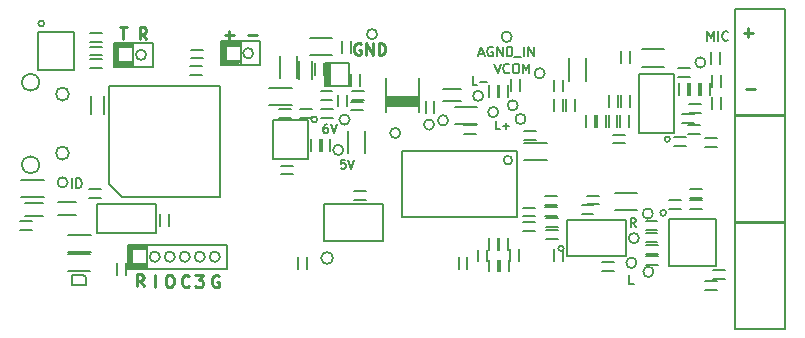
<source format=gto>
G04 #@! TF.FileFunction,Legend,Top*
%FSLAX46Y46*%
G04 Gerber Fmt 4.6, Leading zero omitted, Abs format (unit mm)*
G04 Created by KiCad (PCBNEW 4.0.4-stable) date Wed Dec  7 21:18:21 2016*
%MOMM*%
%LPD*%
G01*
G04 APERTURE LIST*
%ADD10C,0.150000*%
%ADD11C,0.200000*%
%ADD12C,0.250000*%
%ADD13C,0.184150*%
G04 APERTURE END LIST*
D10*
D11*
X192957643Y-75393605D02*
X193224310Y-76193605D01*
X193490977Y-75393605D01*
X194214786Y-76117414D02*
X194176691Y-76155510D01*
X194062405Y-76193605D01*
X193986215Y-76193605D01*
X193871929Y-76155510D01*
X193795738Y-76079319D01*
X193757643Y-76003129D01*
X193719548Y-75850748D01*
X193719548Y-75736462D01*
X193757643Y-75584081D01*
X193795738Y-75507890D01*
X193871929Y-75431700D01*
X193986215Y-75393605D01*
X194062405Y-75393605D01*
X194176691Y-75431700D01*
X194214786Y-75469795D01*
X194710024Y-75393605D02*
X194862405Y-75393605D01*
X194938596Y-75431700D01*
X195014786Y-75507890D01*
X195052881Y-75660271D01*
X195052881Y-75926938D01*
X195014786Y-76079319D01*
X194938596Y-76155510D01*
X194862405Y-76193605D01*
X194710024Y-76193605D01*
X194633834Y-76155510D01*
X194557643Y-76079319D01*
X194519548Y-75926938D01*
X194519548Y-75660271D01*
X194557643Y-75507890D01*
X194633834Y-75431700D01*
X194710024Y-75393605D01*
X195395738Y-76193605D02*
X195395738Y-75393605D01*
X195662405Y-75965033D01*
X195929072Y-75393605D01*
X195929072Y-76193605D01*
X191668691Y-74555333D02*
X192049643Y-74555333D01*
X191592500Y-74783905D02*
X191859167Y-73983905D01*
X192125834Y-74783905D01*
X192811548Y-74022000D02*
X192735357Y-73983905D01*
X192621072Y-73983905D01*
X192506786Y-74022000D01*
X192430595Y-74098190D01*
X192392500Y-74174381D01*
X192354405Y-74326762D01*
X192354405Y-74441048D01*
X192392500Y-74593429D01*
X192430595Y-74669619D01*
X192506786Y-74745810D01*
X192621072Y-74783905D01*
X192697262Y-74783905D01*
X192811548Y-74745810D01*
X192849643Y-74707714D01*
X192849643Y-74441048D01*
X192697262Y-74441048D01*
X193192500Y-74783905D02*
X193192500Y-73983905D01*
X193649643Y-74783905D01*
X193649643Y-73983905D01*
X194030595Y-74783905D02*
X194030595Y-73983905D01*
X194221071Y-73983905D01*
X194335357Y-74022000D01*
X194411548Y-74098190D01*
X194449643Y-74174381D01*
X194487738Y-74326762D01*
X194487738Y-74441048D01*
X194449643Y-74593429D01*
X194411548Y-74669619D01*
X194335357Y-74745810D01*
X194221071Y-74783905D01*
X194030595Y-74783905D01*
X194640119Y-74860095D02*
X195249643Y-74860095D01*
X195440119Y-74783905D02*
X195440119Y-73983905D01*
X195821071Y-74783905D02*
X195821071Y-73983905D01*
X196278214Y-74783905D01*
X196278214Y-73983905D01*
D12*
X181638096Y-73700000D02*
X181542858Y-73652381D01*
X181400001Y-73652381D01*
X181257143Y-73700000D01*
X181161905Y-73795238D01*
X181114286Y-73890476D01*
X181066667Y-74080952D01*
X181066667Y-74223810D01*
X181114286Y-74414286D01*
X181161905Y-74509524D01*
X181257143Y-74604762D01*
X181400001Y-74652381D01*
X181495239Y-74652381D01*
X181638096Y-74604762D01*
X181685715Y-74557143D01*
X181685715Y-74223810D01*
X181495239Y-74223810D01*
X182114286Y-74652381D02*
X182114286Y-73652381D01*
X182685715Y-74652381D01*
X182685715Y-73652381D01*
X183161905Y-74652381D02*
X183161905Y-73652381D01*
X183400000Y-73652381D01*
X183542858Y-73700000D01*
X183638096Y-73795238D01*
X183685715Y-73890476D01*
X183733334Y-74080952D01*
X183733334Y-74223810D01*
X183685715Y-74414286D01*
X183638096Y-74509524D01*
X183542858Y-74604762D01*
X183400000Y-74652381D01*
X183161905Y-74652381D01*
D11*
X157181600Y-85921805D02*
X157181600Y-85121805D01*
X157562552Y-85921805D02*
X157562552Y-85121805D01*
X157753028Y-85121805D01*
X157867314Y-85159900D01*
X157943505Y-85236090D01*
X157981600Y-85312281D01*
X158019695Y-85464662D01*
X158019695Y-85578948D01*
X157981600Y-85731329D01*
X157943505Y-85807519D01*
X157867314Y-85883710D01*
X157753028Y-85921805D01*
X157562552Y-85921805D01*
X210992857Y-73461905D02*
X210992857Y-72661905D01*
X211259524Y-73233333D01*
X211526191Y-72661905D01*
X211526191Y-73461905D01*
X211907143Y-73461905D02*
X211907143Y-72661905D01*
X212745238Y-73385714D02*
X212707143Y-73423810D01*
X212592857Y-73461905D01*
X212516667Y-73461905D01*
X212402381Y-73423810D01*
X212326190Y-73347619D01*
X212288095Y-73271429D01*
X212250000Y-73119048D01*
X212250000Y-73004762D01*
X212288095Y-72852381D01*
X212326190Y-72776190D01*
X212402381Y-72700000D01*
X212516667Y-72661905D01*
X212592857Y-72661905D01*
X212707143Y-72700000D01*
X212745238Y-72738095D01*
D13*
X178824620Y-80546624D02*
X178684315Y-80546624D01*
X178614163Y-80581700D01*
X178579086Y-80616776D01*
X178508934Y-80722005D01*
X178473858Y-80862310D01*
X178473858Y-81142919D01*
X178508934Y-81213071D01*
X178544010Y-81248148D01*
X178614163Y-81283224D01*
X178754467Y-81283224D01*
X178824620Y-81248148D01*
X178859696Y-81213071D01*
X178894772Y-81142919D01*
X178894772Y-80967538D01*
X178859696Y-80897386D01*
X178824620Y-80862310D01*
X178754467Y-80827233D01*
X178614163Y-80827233D01*
X178544010Y-80862310D01*
X178508934Y-80897386D01*
X178473858Y-80967538D01*
X179105229Y-80546624D02*
X179350763Y-81283224D01*
X179596296Y-80546624D01*
X180326696Y-83543624D02*
X179975934Y-83543624D01*
X179940858Y-83894386D01*
X179975934Y-83859310D01*
X180046086Y-83824233D01*
X180221467Y-83824233D01*
X180291620Y-83859310D01*
X180326696Y-83894386D01*
X180361772Y-83964538D01*
X180361772Y-84139919D01*
X180326696Y-84210071D01*
X180291620Y-84245148D01*
X180221467Y-84280224D01*
X180046086Y-84280224D01*
X179975934Y-84245148D01*
X179940858Y-84210071D01*
X180572229Y-83543624D02*
X180817763Y-84280224D01*
X181063296Y-83543624D01*
X204927995Y-89233224D02*
X204682462Y-88882462D01*
X204507081Y-89233224D02*
X204507081Y-88496624D01*
X204787690Y-88496624D01*
X204857843Y-88531700D01*
X204892919Y-88566776D01*
X204927995Y-88636929D01*
X204927995Y-88742157D01*
X204892919Y-88812310D01*
X204857843Y-88847386D01*
X204787690Y-88882462D01*
X204507081Y-88882462D01*
X204737996Y-94013224D02*
X204387234Y-94013224D01*
X204387234Y-93276624D01*
X191492005Y-77213224D02*
X191141243Y-77213224D01*
X191141243Y-76476624D01*
X191737538Y-76932614D02*
X192298757Y-76932614D01*
X193408472Y-80965524D02*
X193057043Y-80965524D01*
X193057043Y-80228924D01*
X193654472Y-80684914D02*
X194216758Y-80684914D01*
X193935615Y-80965524D02*
X193935615Y-80404305D01*
D12*
X169601905Y-93370000D02*
X169506667Y-93322381D01*
X169363810Y-93322381D01*
X169220952Y-93370000D01*
X169125714Y-93465238D01*
X169078095Y-93560476D01*
X169030476Y-93750952D01*
X169030476Y-93893810D01*
X169078095Y-94084286D01*
X169125714Y-94179524D01*
X169220952Y-94274762D01*
X169363810Y-94322381D01*
X169459048Y-94322381D01*
X169601905Y-94274762D01*
X169649524Y-94227143D01*
X169649524Y-93893810D01*
X169459048Y-93893810D01*
X167646667Y-93322381D02*
X168265715Y-93322381D01*
X167932381Y-93703333D01*
X168075239Y-93703333D01*
X168170477Y-93750952D01*
X168218096Y-93798571D01*
X168265715Y-93893810D01*
X168265715Y-94131905D01*
X168218096Y-94227143D01*
X168170477Y-94274762D01*
X168075239Y-94322381D01*
X167789524Y-94322381D01*
X167694286Y-94274762D01*
X167646667Y-94227143D01*
X167089524Y-94227143D02*
X167041905Y-94274762D01*
X166899048Y-94322381D01*
X166803810Y-94322381D01*
X166660952Y-94274762D01*
X166565714Y-94179524D01*
X166518095Y-94084286D01*
X166470476Y-93893810D01*
X166470476Y-93750952D01*
X166518095Y-93560476D01*
X166565714Y-93465238D01*
X166660952Y-93370000D01*
X166803810Y-93322381D01*
X166899048Y-93322381D01*
X167041905Y-93370000D01*
X167089524Y-93417619D01*
X165364762Y-93292381D02*
X165555239Y-93292381D01*
X165650477Y-93340000D01*
X165745715Y-93435238D01*
X165793334Y-93625714D01*
X165793334Y-93959048D01*
X165745715Y-94149524D01*
X165650477Y-94244762D01*
X165555239Y-94292381D01*
X165364762Y-94292381D01*
X165269524Y-94244762D01*
X165174286Y-94149524D01*
X165126667Y-93959048D01*
X165126667Y-93625714D01*
X165174286Y-93435238D01*
X165269524Y-93340000D01*
X165364762Y-93292381D01*
X164200000Y-94302381D02*
X164200000Y-93302381D01*
X163259524Y-94242381D02*
X162926190Y-93766190D01*
X162688095Y-94242381D02*
X162688095Y-93242381D01*
X163069048Y-93242381D01*
X163164286Y-93290000D01*
X163211905Y-93337619D01*
X163259524Y-93432857D01*
X163259524Y-93575714D01*
X163211905Y-93670952D01*
X163164286Y-93718571D01*
X163069048Y-93766190D01*
X162688095Y-93766190D01*
X214063628Y-72791629D02*
X214825533Y-72791629D01*
X214444581Y-73172581D02*
X214444581Y-72410676D01*
X214229048Y-77541429D02*
X214990953Y-77541429D01*
X170139048Y-73001429D02*
X170900953Y-73001429D01*
X170520001Y-73382381D02*
X170520001Y-72620476D01*
X172139048Y-73001429D02*
X172900953Y-73001429D01*
X161253333Y-72332381D02*
X161824762Y-72332381D01*
X161539047Y-73332381D02*
X161539047Y-72332381D01*
X163491429Y-73332381D02*
X163158095Y-72856190D01*
X162920000Y-73332381D02*
X162920000Y-72332381D01*
X163300953Y-72332381D01*
X163396191Y-72380000D01*
X163443810Y-72427619D01*
X163491429Y-72522857D01*
X163491429Y-72665714D01*
X163443810Y-72760952D01*
X163396191Y-72808571D01*
X163300953Y-72856190D01*
X162920000Y-72856190D01*
D10*
X180525000Y-82975000D02*
X180525000Y-81075000D01*
X181975000Y-82975000D02*
X181975000Y-81075000D01*
X160300000Y-85550000D02*
X161400000Y-86650000D01*
X161400000Y-86650000D02*
X169700000Y-86650000D01*
X169700000Y-86650000D02*
X169700000Y-77250000D01*
X169700000Y-77250000D02*
X160300000Y-77250000D01*
X160300000Y-77250000D02*
X160300000Y-85550000D01*
X194467795Y-83572600D02*
G75*
G03X194467795Y-83572600I-360555J0D01*
G01*
X194857240Y-88372600D02*
X185157240Y-88372600D01*
X185157240Y-88372600D02*
X185157240Y-82772600D01*
X185157240Y-82772600D02*
X194857240Y-82772600D01*
X194857240Y-82772600D02*
X194857240Y-88372600D01*
X164625000Y-88150000D02*
X164625000Y-89150000D01*
X165375000Y-88150000D02*
X165375000Y-89150000D01*
X159623000Y-85985000D02*
X158623000Y-85985000D01*
X159623000Y-86735000D02*
X158623000Y-86735000D01*
X164285300Y-89769000D02*
X159285300Y-89769000D01*
X159285300Y-89769000D02*
X159285300Y-87269000D01*
X159285300Y-87269000D02*
X164285300Y-87269000D01*
X164285300Y-87269000D02*
X164285300Y-89769000D01*
X211335000Y-74390000D02*
X211335000Y-75390000D01*
X212085000Y-74390000D02*
X212085000Y-75390000D01*
X211195000Y-78056360D02*
X211195000Y-77056360D01*
X210445000Y-78056360D02*
X210445000Y-77056360D01*
X199300000Y-76845600D02*
X199300000Y-74945600D01*
X200750000Y-76845600D02*
X200750000Y-74945600D01*
X204464000Y-75303000D02*
X204464000Y-74303000D01*
X203714000Y-75303000D02*
X203714000Y-74303000D01*
X198037100Y-76741400D02*
X198037100Y-77741400D01*
X198787100Y-76741400D02*
X198787100Y-77741400D01*
X209469100Y-79589980D02*
X210469100Y-79589980D01*
X209469100Y-78839980D02*
X210469100Y-78839980D01*
X187877800Y-79570200D02*
X187877800Y-78570200D01*
X187127800Y-79570200D02*
X187127800Y-78570200D01*
X201454100Y-80738600D02*
X201454100Y-79738600D01*
X200704100Y-80738600D02*
X200704100Y-79738600D01*
X202625000Y-79738600D02*
X202625000Y-80738600D01*
X203375000Y-79738600D02*
X203375000Y-80738600D01*
X197406700Y-83592500D02*
X195506700Y-83592500D01*
X197406700Y-82142500D02*
X195506700Y-82142500D01*
X196491480Y-81110740D02*
X195491480Y-81110740D01*
X196491480Y-81860740D02*
X195491480Y-81860740D01*
X158819360Y-78157640D02*
X158819360Y-79657640D01*
X159869360Y-78157640D02*
X159869360Y-79657640D01*
X168190800Y-75583700D02*
X167190800Y-75583700D01*
X168190800Y-76333700D02*
X167190800Y-76333700D01*
X178299490Y-80019240D02*
X179299490Y-80019240D01*
X178299490Y-79269240D02*
X179299490Y-79269240D01*
X178244880Y-78444440D02*
X179244880Y-78444440D01*
X178244880Y-77694440D02*
X179244880Y-77694440D01*
X181830600Y-78613920D02*
X180830600Y-78613920D01*
X181830600Y-79363920D02*
X180830600Y-79363920D01*
X178500120Y-76359640D02*
X178500120Y-75359640D01*
X177750120Y-76359640D02*
X177750120Y-75359640D01*
X174794080Y-76617000D02*
X174794080Y-74717000D01*
X176244080Y-76617000D02*
X176244080Y-74717000D01*
X175704120Y-79264160D02*
X174704120Y-79264160D01*
X175704120Y-80014160D02*
X174704120Y-80014160D01*
X177527840Y-79261620D02*
X176527840Y-79261620D01*
X177527840Y-80011620D02*
X176527840Y-80011620D01*
X178175000Y-82800000D02*
X178175000Y-81800000D01*
X177425000Y-82800000D02*
X177425000Y-81800000D01*
X179075000Y-82800000D02*
X179075000Y-81800000D01*
X178325000Y-82800000D02*
X178325000Y-81800000D01*
X200779760Y-87314120D02*
X201779760Y-87314120D01*
X200779760Y-86564120D02*
X201779760Y-86564120D01*
X201347960Y-87341360D02*
X200347960Y-87341360D01*
X201347960Y-88091360D02*
X200347960Y-88091360D01*
X197993920Y-91092400D02*
X197993920Y-92092400D01*
X198743920Y-91092400D02*
X198743920Y-92092400D01*
X203108180Y-92192760D02*
X202108180Y-92192760D01*
X203108180Y-92942760D02*
X202108180Y-92942760D01*
X197249160Y-87339520D02*
X198249160Y-87339520D01*
X197249160Y-86589520D02*
X198249160Y-86589520D01*
X197330440Y-90214800D02*
X198330440Y-90214800D01*
X197330440Y-89464800D02*
X198330440Y-89464800D01*
X194270280Y-91107640D02*
X194270280Y-92107640D01*
X195020280Y-91107640D02*
X195020280Y-92107640D01*
X191565180Y-91145740D02*
X191565180Y-92145740D01*
X192315180Y-91145740D02*
X192315180Y-92145740D01*
X205768320Y-89475000D02*
X206768320Y-89475000D01*
X205768320Y-88725000D02*
X206768320Y-88725000D01*
X205783560Y-91475000D02*
X206783560Y-91475000D01*
X205783560Y-90725000D02*
X206783560Y-90725000D01*
X205758160Y-90475000D02*
X206758160Y-90475000D01*
X205758160Y-89725000D02*
X206758160Y-89725000D01*
X205793720Y-92425000D02*
X206793720Y-92425000D01*
X205793720Y-91675000D02*
X206793720Y-91675000D01*
X208729200Y-86955280D02*
X207729200Y-86955280D01*
X208729200Y-87705280D02*
X207729200Y-87705280D01*
X209532600Y-87705280D02*
X210532600Y-87705280D01*
X209532600Y-86955280D02*
X210532600Y-86955280D01*
X203136060Y-86325880D02*
X205036060Y-86325880D01*
X203136060Y-87775880D02*
X205036060Y-87775880D01*
X210770000Y-94555000D02*
X211770000Y-94555000D01*
X210770000Y-93805000D02*
X211770000Y-93805000D01*
X211450000Y-93625000D02*
X212450000Y-93625000D01*
X211450000Y-92875000D02*
X212450000Y-92875000D01*
X204436060Y-79031720D02*
X204436060Y-78031720D01*
X203686060Y-79031720D02*
X203686060Y-78031720D01*
X212165000Y-77370000D02*
X212165000Y-76370000D01*
X211415000Y-77370000D02*
X211415000Y-76370000D01*
X182100000Y-86175000D02*
X181100000Y-86175000D01*
X182100000Y-86925000D02*
X181100000Y-86925000D01*
X209532600Y-86747700D02*
X210532600Y-86747700D01*
X209532600Y-85997700D02*
X210532600Y-85997700D01*
X154810900Y-86729400D02*
X152910900Y-86729400D01*
X154810900Y-85279400D02*
X152910900Y-85279400D01*
X153800000Y-88725000D02*
X152800000Y-88725000D01*
X153800000Y-89475000D02*
X152800000Y-89475000D01*
X154336620Y-72700000D02*
X157336620Y-72700000D01*
X157336620Y-72700000D02*
X157336620Y-75900000D01*
X157336620Y-75900000D02*
X154336620Y-75900000D01*
X154336620Y-75900000D02*
X154336620Y-72700000D01*
X154836620Y-72000000D02*
G75*
G03X154836620Y-72000000I-250000J0D01*
G01*
X171475400Y-75158600D02*
X170205400Y-75158600D01*
X170205400Y-73888600D02*
X171475400Y-73888600D01*
X171475400Y-73761600D02*
X170205400Y-73761600D01*
X170205400Y-73634600D02*
X171475400Y-73634600D01*
X171475400Y-75285600D02*
X170205400Y-75285600D01*
X170205400Y-75412600D02*
X171348400Y-75412600D01*
X170205400Y-73507600D02*
X170205400Y-75539600D01*
X169951400Y-75539600D02*
X169951400Y-73507600D01*
X171475400Y-73507600D02*
X171475400Y-75539600D01*
X170078400Y-73507600D02*
X170078400Y-75539600D01*
X169824400Y-73507600D02*
X173126400Y-73507600D01*
X173126400Y-73507600D02*
X173126400Y-75539600D01*
X173126400Y-75539600D02*
X169824400Y-75539600D01*
X169824400Y-75539600D02*
X169824400Y-73507600D01*
X179243160Y-74679640D02*
X177343160Y-74679640D01*
X179243160Y-73229640D02*
X177343160Y-73229640D01*
X163576000Y-92379800D02*
X162306000Y-92379800D01*
X162306000Y-91109800D02*
X163576000Y-91109800D01*
X163576000Y-90982800D02*
X162306000Y-90982800D01*
X162306000Y-90855800D02*
X163576000Y-90855800D01*
X163576000Y-92506800D02*
X162306000Y-92506800D01*
X162306000Y-92633800D02*
X163449000Y-92633800D01*
X162306000Y-90728800D02*
X162306000Y-92760800D01*
X162052000Y-92760800D02*
X162052000Y-90728800D01*
X163576000Y-90728800D02*
X163576000Y-92760800D01*
X162179000Y-90728800D02*
X162179000Y-92760800D01*
X161925000Y-90728800D02*
X170307000Y-90728800D01*
X170307000Y-90728800D02*
X170307000Y-92760800D01*
X170307000Y-92760800D02*
X161925000Y-92760800D01*
X161925000Y-92760800D02*
X161925000Y-90728800D01*
X210347180Y-80564640D02*
X209347180Y-80564640D01*
X210347180Y-81314640D02*
X209347180Y-81314640D01*
X199009920Y-78372080D02*
X199009920Y-79372080D01*
X199759920Y-78372080D02*
X199759920Y-79372080D01*
X203435300Y-79036800D02*
X203435300Y-78036800D01*
X202685300Y-79036800D02*
X202685300Y-78036800D01*
X208580640Y-77063980D02*
X208580640Y-78063980D01*
X209330640Y-77063980D02*
X209330640Y-78063980D01*
X211369560Y-78245080D02*
X211369560Y-79245080D01*
X212119560Y-78245080D02*
X212119560Y-79245080D01*
X209854420Y-79642620D02*
X208854420Y-79642620D01*
X209854420Y-80392620D02*
X208854420Y-80392620D01*
X202406600Y-80725900D02*
X202406600Y-79725900D01*
X201656600Y-80725900D02*
X201656600Y-79725900D01*
X209490000Y-75775000D02*
X208490000Y-75775000D01*
X209490000Y-76525000D02*
X208490000Y-76525000D01*
X203575000Y-79750000D02*
X203575000Y-80750000D01*
X204325000Y-79750000D02*
X204325000Y-80750000D01*
X192492280Y-77213840D02*
X192492280Y-78213840D01*
X193242280Y-77213840D02*
X193242280Y-78213840D01*
X193376200Y-77208760D02*
X193376200Y-78208760D01*
X194126200Y-77208760D02*
X194126200Y-78208760D01*
X161025000Y-92310000D02*
X161025000Y-93310000D01*
X161775000Y-92310000D02*
X161775000Y-93310000D01*
X190674340Y-92742640D02*
X190674340Y-91742640D01*
X189924340Y-92742640D02*
X189924340Y-91742640D01*
X176305000Y-91760000D02*
X176305000Y-92760000D01*
X177055000Y-91760000D02*
X177055000Y-92760000D01*
X158750000Y-75775000D02*
X159750000Y-75775000D01*
X158750000Y-75025000D02*
X159750000Y-75025000D01*
X158735140Y-74700480D02*
X159735140Y-74700480D01*
X158735140Y-73950480D02*
X159735140Y-73950480D01*
X179741480Y-78016480D02*
X179741480Y-79016480D01*
X180491480Y-78016480D02*
X180491480Y-79016480D01*
X181901720Y-77689360D02*
X180901720Y-77689360D01*
X181901720Y-78439360D02*
X180901720Y-78439360D01*
X180843840Y-76294360D02*
X180843840Y-77294360D01*
X181593840Y-76294360D02*
X181593840Y-77294360D01*
X180075000Y-73500000D02*
X180075000Y-74500000D01*
X180825000Y-73500000D02*
X180825000Y-74500000D01*
X168272080Y-74212100D02*
X167272080Y-74212100D01*
X168272080Y-74962100D02*
X167272080Y-74962100D01*
X158700000Y-73575000D02*
X159700000Y-73575000D01*
X158700000Y-72825000D02*
X159700000Y-72825000D01*
X195400040Y-88335200D02*
X196400040Y-88335200D01*
X195400040Y-87585200D02*
X196400040Y-87585200D01*
X195389880Y-89569640D02*
X196389880Y-89569640D01*
X195389880Y-88819640D02*
X196389880Y-88819640D01*
X193325400Y-90142440D02*
X193325400Y-91142440D01*
X194075400Y-90142440D02*
X194075400Y-91142440D01*
X192497360Y-90157680D02*
X192497360Y-91157680D01*
X193247360Y-90157680D02*
X193247360Y-91157680D01*
X197284720Y-88314880D02*
X198284720Y-88314880D01*
X197284720Y-87564880D02*
X198284720Y-87564880D01*
X197320280Y-89244520D02*
X198320280Y-89244520D01*
X197320280Y-88494520D02*
X198320280Y-88494520D01*
X193411760Y-91981400D02*
X193411760Y-92981400D01*
X194161760Y-91981400D02*
X194161760Y-92981400D01*
X192502440Y-91991560D02*
X192502440Y-92991560D01*
X193252440Y-91991560D02*
X193252440Y-92991560D01*
X210275520Y-78056360D02*
X210275520Y-77056360D01*
X209525520Y-78056360D02*
X209525520Y-77056360D01*
X177951960Y-80123560D02*
G75*
G03X177951960Y-80123560I-250000J0D01*
G01*
X177151960Y-83473560D02*
X174251960Y-83473560D01*
X174251960Y-83473560D02*
X174251960Y-80173560D01*
X174251960Y-80173560D02*
X177151960Y-80173560D01*
X177151960Y-80173560D02*
X177151960Y-83473560D01*
X198825947Y-91042060D02*
G75*
G03X198825947Y-91042060I-223607J0D01*
G01*
X199102340Y-88642060D02*
X199102340Y-91642060D01*
X199102340Y-91642060D02*
X204102340Y-91642060D01*
X204102340Y-91642060D02*
X204102340Y-88642060D01*
X204102340Y-88642060D02*
X199102340Y-88642060D01*
X207753200Y-88530680D02*
X211753200Y-88530680D01*
X211753200Y-88530680D02*
X211753200Y-92530680D01*
X211753200Y-92530680D02*
X207753200Y-92530680D01*
X207753200Y-92530680D02*
X207753200Y-88530680D01*
X207503200Y-88030680D02*
G75*
G03X207503200Y-88030680I-250000J0D01*
G01*
X178500000Y-90450000D02*
X183500000Y-90450000D01*
X183500000Y-90450000D02*
X183500000Y-87250000D01*
X183500000Y-87250000D02*
X178500000Y-87250000D01*
X178500000Y-87250000D02*
X178500000Y-90450000D01*
X179300000Y-91850000D02*
G75*
G03X179300000Y-91850000I-500000J0D01*
G01*
X162400000Y-75285000D02*
X161130000Y-75285000D01*
X161130000Y-74015000D02*
X162400000Y-74015000D01*
X162400000Y-73888000D02*
X161130000Y-73888000D01*
X161130000Y-73761000D02*
X162400000Y-73761000D01*
X162400000Y-75412000D02*
X161130000Y-75412000D01*
X161130000Y-75539000D02*
X162273000Y-75539000D01*
X161130000Y-73634000D02*
X161130000Y-75666000D01*
X160876000Y-75666000D02*
X160876000Y-73634000D01*
X162400000Y-73634000D02*
X162400000Y-75666000D01*
X161003000Y-73634000D02*
X161003000Y-75666000D01*
X160749000Y-73634000D02*
X164051000Y-73634000D01*
X164051000Y-73634000D02*
X164051000Y-75666000D01*
X164051000Y-75666000D02*
X160749000Y-75666000D01*
X160749000Y-75666000D02*
X160749000Y-73634000D01*
X156875000Y-89875000D02*
X158775000Y-89875000D01*
X156875000Y-91325000D02*
X158775000Y-91325000D01*
X158725000Y-92975000D02*
X156825000Y-92975000D01*
X158725000Y-91525000D02*
X156825000Y-91525000D01*
X158380000Y-93500000D02*
X158150000Y-93270000D01*
X158150000Y-93270000D02*
X157220000Y-93270000D01*
X157220000Y-93270000D02*
X157220000Y-94130000D01*
X157220000Y-94130000D02*
X158380000Y-94130000D01*
X158380000Y-94130000D02*
X158380000Y-93500000D01*
X191400000Y-80625000D02*
X190400000Y-80625000D01*
X191400000Y-81375000D02*
X190400000Y-81375000D01*
X211790000Y-81715000D02*
X210790000Y-81715000D01*
X211790000Y-82465000D02*
X210790000Y-82465000D01*
X209171160Y-81649220D02*
X208171160Y-81649220D01*
X209171160Y-82399220D02*
X208171160Y-82399220D01*
X198774400Y-79392400D02*
X198774400Y-78392400D01*
X198024400Y-79392400D02*
X198024400Y-78392400D01*
X178769040Y-75294180D02*
X178769040Y-77306680D01*
X178769040Y-77306680D02*
X178906540Y-77294180D01*
X178906540Y-77294180D02*
X178919040Y-75319180D01*
X178919040Y-75319180D02*
X179031540Y-75319180D01*
X179031540Y-75319180D02*
X179031540Y-77256680D01*
X178644040Y-75306680D02*
X180644040Y-75306680D01*
X180644040Y-75306680D02*
X180644040Y-77306680D01*
X180644040Y-77306680D02*
X178644040Y-77306680D01*
X178644040Y-77306680D02*
X178644040Y-75306680D01*
X207823607Y-81800000D02*
G75*
G03X207823607Y-81800000I-223607J0D01*
G01*
X205200000Y-81300000D02*
X208200000Y-81300000D01*
X208200000Y-81300000D02*
X208200000Y-76300000D01*
X208200000Y-76300000D02*
X205200000Y-76300000D01*
X205200000Y-76300000D02*
X205200000Y-81300000D01*
X175804000Y-78921440D02*
X173904000Y-78921440D01*
X175804000Y-77471440D02*
X173904000Y-77471440D01*
X217560000Y-70780000D02*
X213360000Y-70780000D01*
X213360000Y-70780000D02*
X213360000Y-79780000D01*
X213360000Y-79780000D02*
X217560000Y-79780000D01*
X217560000Y-79780000D02*
X217560000Y-78330000D01*
X217560000Y-78330000D02*
X217560000Y-70780000D01*
X217560000Y-79800000D02*
X213360000Y-79800000D01*
X213360000Y-79800000D02*
X213360000Y-88800000D01*
X213360000Y-88800000D02*
X217560000Y-88800000D01*
X217560000Y-88800000D02*
X217560000Y-87350000D01*
X217560000Y-87350000D02*
X217560000Y-79800000D01*
X217560000Y-88870000D02*
X213360000Y-88870000D01*
X213360000Y-88870000D02*
X213360000Y-97870000D01*
X213360000Y-97870000D02*
X217560000Y-97870000D01*
X217560000Y-97870000D02*
X217560000Y-96420000D01*
X217560000Y-96420000D02*
X217560000Y-88870000D01*
X191525000Y-80525000D02*
X189625000Y-80525000D01*
X191525000Y-79075000D02*
X189625000Y-79075000D01*
X204017500Y-81400300D02*
X203017500Y-81400300D01*
X204017500Y-82150300D02*
X203017500Y-82150300D01*
X195154900Y-77716000D02*
X195154900Y-76716000D01*
X194404900Y-77716000D02*
X194404900Y-76716000D01*
X207335000Y-75645000D02*
X205435000Y-75645000D01*
X207335000Y-74195000D02*
X205435000Y-74195000D01*
X183819800Y-78473300D02*
X186537600Y-78473300D01*
X186537600Y-78473300D02*
X186537600Y-78346300D01*
X186537600Y-78346300D02*
X183819800Y-78346300D01*
X183819800Y-78346300D02*
X183819800Y-78219300D01*
X183819800Y-78219300D02*
X186537600Y-78219300D01*
X183819800Y-78600300D02*
X186563000Y-78600300D01*
X186563000Y-78600300D02*
X186563000Y-78727300D01*
X186563000Y-78727300D02*
X183819800Y-78727300D01*
X183819800Y-78727300D02*
X183819800Y-78854300D01*
X183819800Y-78854300D02*
X186563000Y-78854300D01*
X186563000Y-78854300D02*
X186563000Y-78981300D01*
X186563000Y-78981300D02*
X183819800Y-78981300D01*
X183816400Y-79491500D02*
X183816400Y-76591500D01*
X186566400Y-79491500D02*
X186566400Y-76591500D01*
X177507120Y-76690920D02*
X177507120Y-75190920D01*
X176457120Y-76690920D02*
X176457120Y-75190920D01*
X175900000Y-84025000D02*
X174900000Y-84025000D01*
X175900000Y-84775000D02*
X174900000Y-84775000D01*
X156050000Y-88175000D02*
X157550000Y-88175000D01*
X156050000Y-87125000D02*
X157550000Y-87125000D01*
X154700000Y-87225000D02*
X153200000Y-87225000D01*
X154700000Y-88275000D02*
X153200000Y-88275000D01*
X190150000Y-77525000D02*
X188650000Y-77525000D01*
X190150000Y-78575000D02*
X188650000Y-78575000D01*
X156833000Y-85450000D02*
G75*
G03X156833000Y-85450000I-433000J0D01*
G01*
X156940180Y-82971640D02*
G75*
G03X156940180Y-82971640I-549840J0D01*
G01*
X154415420Y-83972400D02*
G75*
G03X154415420Y-83972400I-725100J0D01*
G01*
X154415420Y-76972160D02*
G75*
G03X154415420Y-76972160I-725100J0D01*
G01*
X156940180Y-77972920D02*
G75*
G03X156940180Y-77972920I-549840J0D01*
G01*
X172543400Y-74523600D02*
G75*
G03X172543400Y-74523600I-433000J0D01*
G01*
X169724000Y-91744800D02*
G75*
G03X169724000Y-91744800I-433000J0D01*
G01*
X168454000Y-91744800D02*
G75*
G03X168454000Y-91744800I-433000J0D01*
G01*
X165914000Y-91744800D02*
G75*
G03X165914000Y-91744800I-433000J0D01*
G01*
X167184000Y-91744800D02*
G75*
G03X167184000Y-91744800I-433000J0D01*
G01*
X164644000Y-91744800D02*
G75*
G03X164644000Y-91744800I-433000J0D01*
G01*
X192015040Y-78127860D02*
G75*
G03X192015040Y-78127860I-433000J0D01*
G01*
X193290120Y-79496920D02*
G75*
G03X193290120Y-79496920I-433000J0D01*
G01*
X180173000Y-82700000D02*
G75*
G03X180173000Y-82700000I-433000J0D01*
G01*
X180703000Y-80140000D02*
G75*
G03X180703000Y-80140000I-433000J0D01*
G01*
X206378740Y-88092280D02*
G75*
G03X206378740Y-88092280I-433000J0D01*
G01*
X205202720Y-90172540D02*
G75*
G03X205202720Y-90172540I-433000J0D01*
G01*
X204991900Y-92260420D02*
G75*
G03X204991900Y-92260420I-433000J0D01*
G01*
X206432080Y-93024960D02*
G75*
G03X206432080Y-93024960I-433000J0D01*
G01*
X163468000Y-74650000D02*
G75*
G03X163468000Y-74650000I-433000J0D01*
G01*
X183033000Y-72900000D02*
G75*
G03X183033000Y-72900000I-433000J0D01*
G01*
X194425500Y-73126600D02*
G75*
G03X194425500Y-73126600I-433000J0D01*
G01*
X197219500Y-76212700D02*
G75*
G03X197219500Y-76212700I-433000J0D01*
G01*
X210833000Y-75300000D02*
G75*
G03X210833000Y-75300000I-433000J0D01*
G01*
X194946200Y-78930500D02*
G75*
G03X194946200Y-78930500I-433000J0D01*
G01*
X195606600Y-80086200D02*
G75*
G03X195606600Y-80086200I-433000J0D01*
G01*
X189053400Y-80200500D02*
G75*
G03X189053400Y-80200500I-433000J0D01*
G01*
X187859600Y-80556100D02*
G75*
G03X187859600Y-80556100I-433000J0D01*
G01*
X185002100Y-81267300D02*
G75*
G03X185002100Y-81267300I-433000J0D01*
G01*
M02*

</source>
